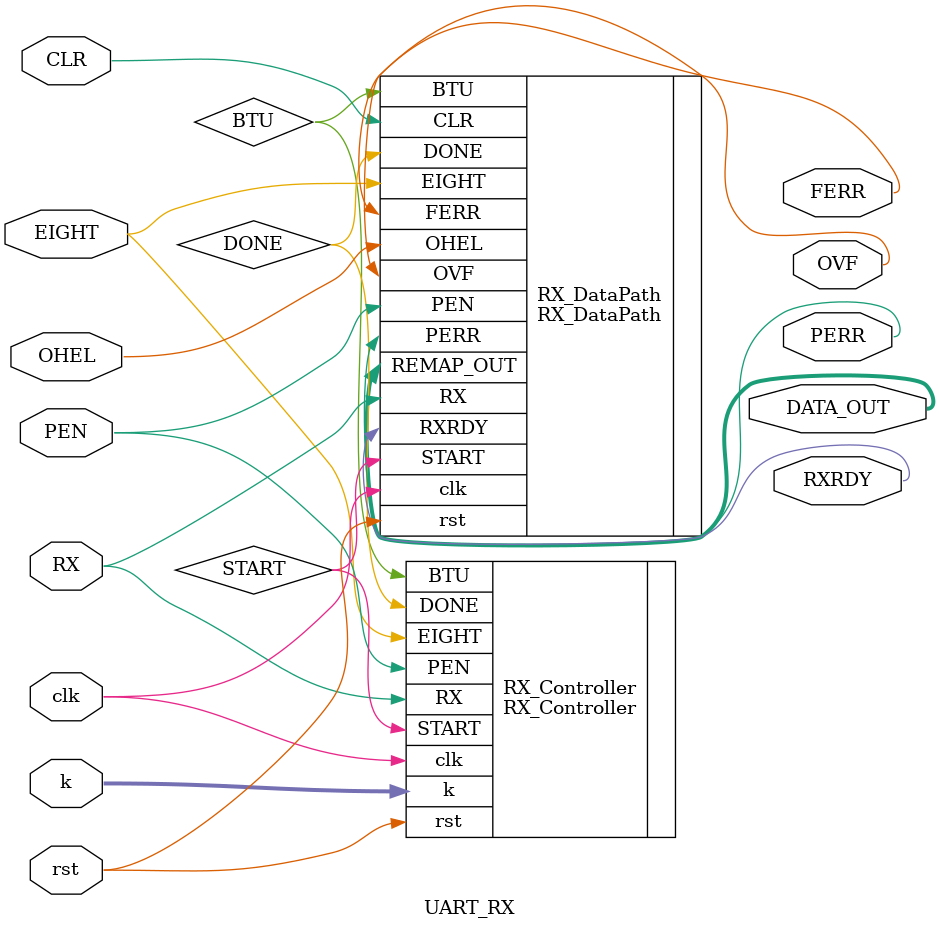
<source format=v>
`timescale 1ns / 1ps
/****************************** C E C S  4 6 0 ******************************
 * 
 * File Name:  UART_RX.v
 * Project:    Project_3
 * Designer:   Mark Aquiapao
 * Email:      markaquiapao@gmail.com
 * Rev. No.:   Version 1.0
 * Rev. Date:  Oct 26, 2018 
 *
 * Purpose: This module is used to instantiate the Receive Engine of the 
 * UART.
 *
 ****************************************************************************/
module UART_RX(clk, rst, EIGHT, PEN, OHEL, RX, CLR, k, 
					DATA_OUT, OVF, FERR, PERR, RXRDY);
//*****************************************************************************
	input 					clk, rst, EIGHT, PEN, OHEL, CLR, RX;
	input 		[18:0] 	k;
	output wire [7:0] 	DATA_OUT;
	output wire				OVF, FERR, PERR, RXRDY;
//*****************************************************************************
	wire						BTU, START, DONE;
//*****************************************************************************
	RX_Controller RX_Controller(	.clk(clk), 		.rst(rst), 	 .k(k), 
											.EIGHT(EIGHT), .PEN(PEN), 	 .RX(RX), 
											.BTU(BTU), 		.DONE(DONE), .START(START) );
//*****************************************************************************
	RX_DataPath RX_DataPath( .clk(clk), 
									 .rst(rst), 
									 .BTU(BTU), 
									 .START(START), 
									 .RX(RX), 
									 .EIGHT(EIGHT),
									 .PEN(PEN),
									 .OHEL(OHEL),
									 .DONE(DONE), 
									 .CLR(CLR),
									 .REMAP_OUT(DATA_OUT), 
									 .RXRDY(RXRDY),
									 .PERR(PERR), 
									 .FERR(FERR), 
									 .OVF(OVF) );
//*****************************************************************************
endmodule


</source>
